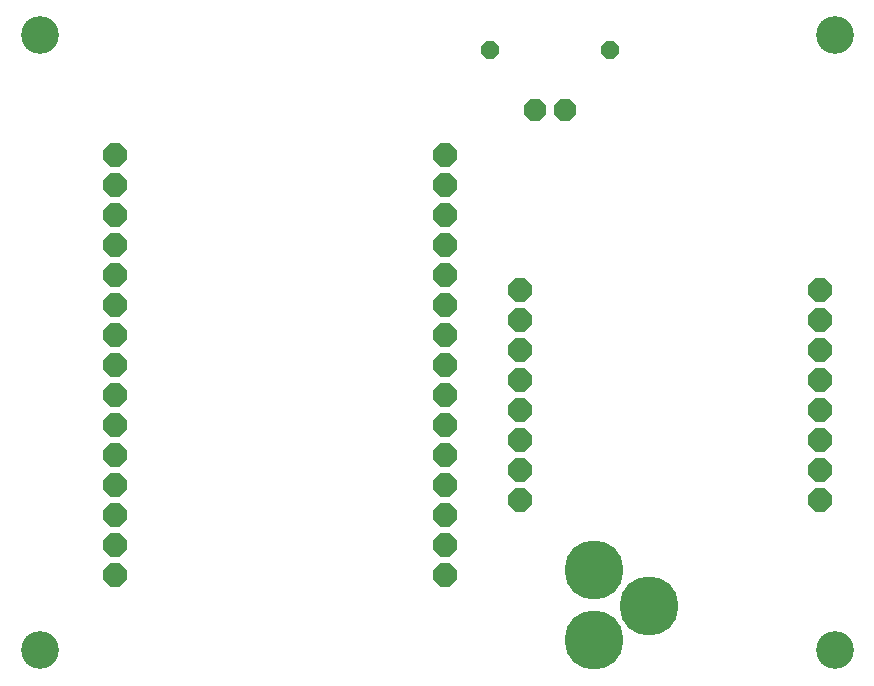
<source format=gbr>
G04 EAGLE Gerber RS-274X export*
G75*
%MOMM*%
%FSLAX34Y34*%
%LPD*%
%INSoldermask Top*%
%IPPOS*%
%AMOC8*
5,1,8,0,0,1.08239X$1,22.5*%
G01*
%ADD10P,2.144431X8X22.500000*%
%ADD11P,2.144431X8X202.500000*%
%ADD12C,5.003200*%
%ADD13C,3.203200*%
%ADD14P,2.034460X8X202.500000*%
%ADD15P,1.649562X8X202.500000*%


D10*
X114300Y469900D03*
X114300Y444500D03*
X114300Y419100D03*
X114300Y393700D03*
X114300Y368300D03*
X114300Y342900D03*
X114300Y317500D03*
X114300Y292100D03*
X114300Y266700D03*
X114300Y241300D03*
X114300Y215900D03*
X114300Y190500D03*
X114300Y165100D03*
X114300Y139700D03*
X114300Y114300D03*
X393700Y114300D03*
X393700Y139700D03*
X393700Y165100D03*
X393700Y190500D03*
X393700Y215900D03*
X393700Y241300D03*
X393700Y266700D03*
X393700Y292100D03*
X393700Y317500D03*
X393700Y342900D03*
X393700Y368300D03*
X393700Y393700D03*
X393700Y419100D03*
X393700Y444500D03*
X393700Y469900D03*
D11*
X711200Y177800D03*
X711200Y203200D03*
X711200Y228600D03*
X711200Y254000D03*
X711200Y279400D03*
X711200Y304800D03*
X711200Y330200D03*
X711200Y355600D03*
X457200Y355600D03*
X457200Y330200D03*
X457200Y304800D03*
X457200Y279400D03*
X457200Y254000D03*
X457200Y228600D03*
X457200Y203200D03*
X457200Y177800D03*
D12*
X566700Y88300D03*
X519700Y118300D03*
X519700Y59300D03*
D13*
X50800Y50800D03*
X50800Y571500D03*
X723900Y571500D03*
X723900Y50800D03*
D14*
X495300Y508000D03*
X469900Y508000D03*
D15*
X533400Y558800D03*
X431800Y558800D03*
M02*

</source>
